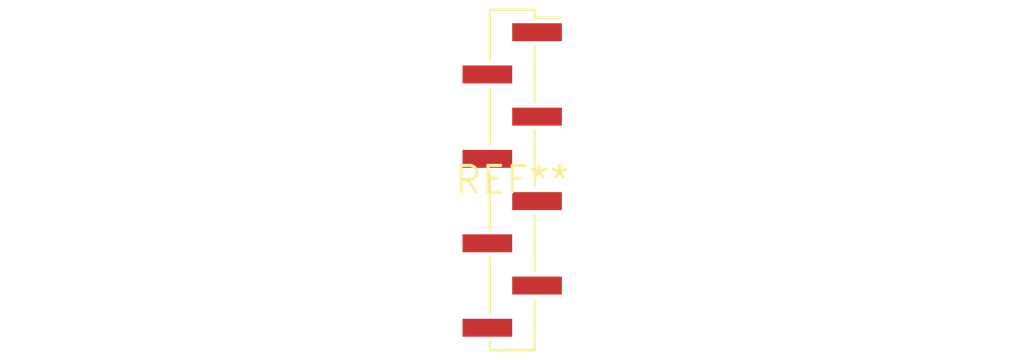
<source format=kicad_pcb>
(kicad_pcb (version 20240108) (generator pcbnew)
  (layers (0 "F.Cu" signal) (31 "B.Cu" signal) (34 "B.Paste" user) (35 "F.Paste" user) (36 "B.SilkS" user "B.Silkscreen") (37 "F.SilkS" user "F.Silkscreen") (38 "B.Mask" user) (39 "F.Mask" user) (44 "Edge.Cuts" user))
  (net 0 "")
  (footprint "PinHeader_1x08_P2.00mm_Vertical_SMD_Pin1Right" (layer "F.Cu") (at 0 0)
    (property "Reference" "REF**")
    (property "Value" "PinHeader_1x08_P2.00mm_Vertical_SMD_Pin1Right")
    (fp_line (start -1.06 -8.06) (end -1.06 -5.685) (layer "F.SilkS") (stroke (width 0.12)))
    (fp_line (start -1.06 -8.06) (end 1.06 -8.06) (layer "F.SilkS") (stroke (width 0.12)))
    (fp_line (start -1.06 -4.315) (end -1.06 -1.685) (layer "F.SilkS") (stroke (width 0.12)))
    (fp_line (start -1.06 -0.315) (end -1.06 2.315) (layer "F.SilkS") (stroke (width 0.12)))
    (fp_line (start -1.06 3.685) (end -1.06 6.315) (layer "F.SilkS") (stroke (width 0.12)))
    (fp_line (start -1.06 7.685) (end -1.06 8.06) (layer "F.SilkS") (stroke (width 0.12)))
    (fp_line (start -1.06 8.06) (end 1.06 8.06) (layer "F.SilkS") (stroke (width 0.12)))
    (fp_line (start 1.06 -8.06) (end 1.06 -7.685) (layer "F.SilkS") (stroke (width 0.12)))
    (fp_line (start 1.06 -7.685) (end 2.29 -7.685) (layer "F.SilkS") (stroke (width 0.12)))
    (fp_line (start 1.06 -6.315) (end 1.06 -3.685) (layer "F.SilkS") (stroke (width 0.12)))
    (fp_line (start 1.06 -2.315) (end 1.06 0.315) (layer "F.SilkS") (stroke (width 0.12)))
    (fp_line (start 1.06 1.685) (end 1.06 4.315) (layer "F.SilkS") (stroke (width 0.12)))
    (fp_line (start 1.06 5.685) (end 1.06 8.06) (layer "F.SilkS") (stroke (width 0.12)))
    (pad "1" smd rect (at 1.175 -7) (size 2.35 0.85) (layers "F.Cu" "F.Paste" "F.Mask"))
    (pad "2" smd rect (at -1.175 -5) (size 2.35 0.85) (layers "F.Cu" "F.Paste" "F.Mask"))
    (pad "3" smd rect (at 1.175 -3) (size 2.35 0.85) (layers "F.Cu" "F.Paste" "F.Mask"))
    (pad "4" smd rect (at -1.175 -1) (size 2.35 0.85) (layers "F.Cu" "F.Paste" "F.Mask"))
    (pad "5" smd rect (at 1.175 1) (size 2.35 0.85) (layers "F.Cu" "F.Paste" "F.Mask"))
    (pad "6" smd rect (at -1.175 3) (size 2.35 0.85) (layers "F.Cu" "F.Paste" "F.Mask"))
    (pad "7" smd rect (at 1.175 5) (size 2.35 0.85) (layers "F.Cu" "F.Paste" "F.Mask"))
    (pad "8" smd rect (at -1.175 7) (size 2.35 0.85) (layers "F.Cu" "F.Paste" "F.Mask"))
  )
)
</source>
